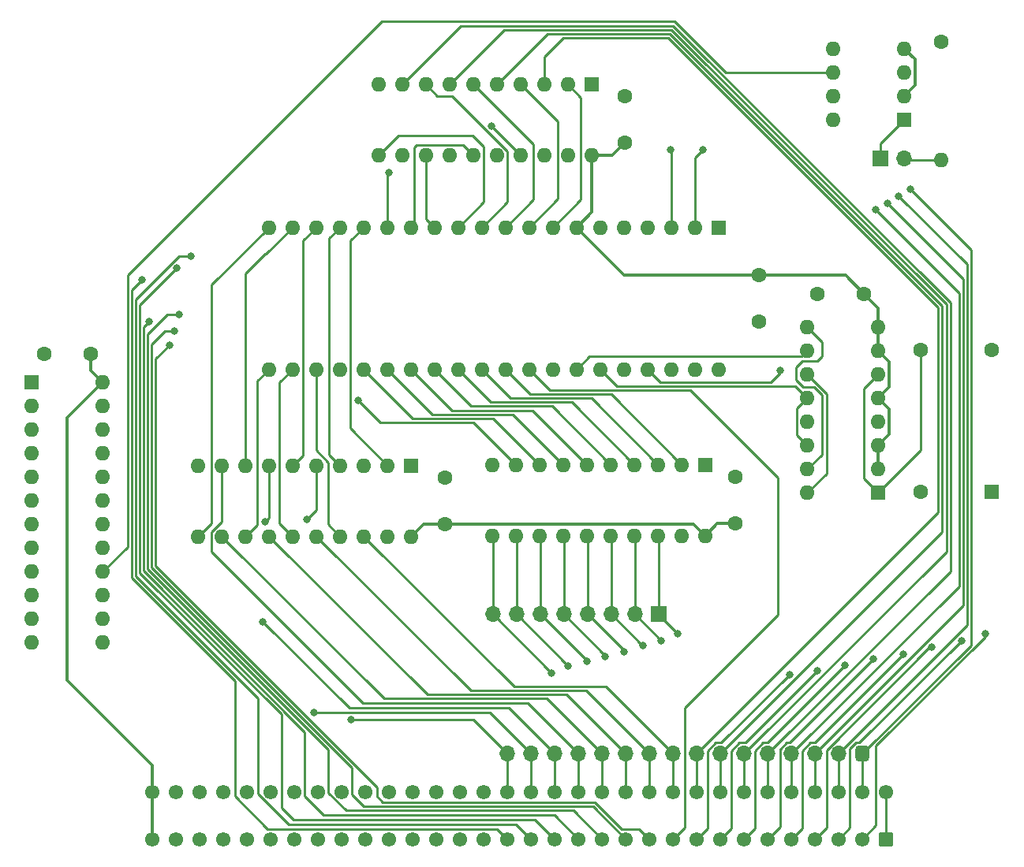
<source format=gbr>
%TF.GenerationSoftware,KiCad,Pcbnew,(6.0.7)*%
%TF.CreationDate,2023-04-20T17:26:34-06:00*%
%TF.ProjectId,boards,626f6172-6473-42e6-9b69-6361645f7063,rev?*%
%TF.SameCoordinates,Original*%
%TF.FileFunction,Copper,L1,Top*%
%TF.FilePolarity,Positive*%
%FSLAX46Y46*%
G04 Gerber Fmt 4.6, Leading zero omitted, Abs format (unit mm)*
G04 Created by KiCad (PCBNEW (6.0.7)) date 2023-04-20 17:26:34*
%MOMM*%
%LPD*%
G01*
G04 APERTURE LIST*
G04 Aperture macros list*
%AMRoundRect*
0 Rectangle with rounded corners*
0 $1 Rounding radius*
0 $2 $3 $4 $5 $6 $7 $8 $9 X,Y pos of 4 corners*
0 Add a 4 corners polygon primitive as box body*
4,1,4,$2,$3,$4,$5,$6,$7,$8,$9,$2,$3,0*
0 Add four circle primitives for the rounded corners*
1,1,$1+$1,$2,$3*
1,1,$1+$1,$4,$5*
1,1,$1+$1,$6,$7*
1,1,$1+$1,$8,$9*
0 Add four rect primitives between the rounded corners*
20,1,$1+$1,$2,$3,$4,$5,0*
20,1,$1+$1,$4,$5,$6,$7,0*
20,1,$1+$1,$6,$7,$8,$9,0*
20,1,$1+$1,$8,$9,$2,$3,0*%
G04 Aperture macros list end*
%TA.AperFunction,ComponentPad*%
%ADD10R,1.600000X1.600000*%
%TD*%
%TA.AperFunction,ComponentPad*%
%ADD11O,1.600000X1.600000*%
%TD*%
%TA.AperFunction,ComponentPad*%
%ADD12R,1.700000X1.700000*%
%TD*%
%TA.AperFunction,ComponentPad*%
%ADD13O,1.700000X1.700000*%
%TD*%
%TA.AperFunction,ComponentPad*%
%ADD14C,1.600000*%
%TD*%
%TA.AperFunction,ComponentPad*%
%ADD15C,1.550000*%
%TD*%
%TA.AperFunction,ComponentPad*%
%ADD16RoundRect,0.249999X0.525001X0.525001X-0.525001X0.525001X-0.525001X-0.525001X0.525001X-0.525001X0*%
%TD*%
%TA.AperFunction,ComponentPad*%
%ADD17RoundRect,0.375000X-0.375000X0.475000X-0.375000X-0.475000X0.375000X-0.475000X0.375000X0.475000X0*%
%TD*%
%TA.AperFunction,ViaPad*%
%ADD18C,0.812800*%
%TD*%
%TA.AperFunction,Conductor*%
%ADD19C,0.254000*%
%TD*%
%TA.AperFunction,Conductor*%
%ADD20C,0.304800*%
%TD*%
G04 APERTURE END LIST*
D10*
%TO.P,U3,1,~{MR}*%
%TO.N,Net-(SW1-Pad1)*%
X291300000Y-117050000D03*
D11*
%TO.P,U3,2,VCC*%
%TO.N,VCC*%
X291300000Y-114510000D03*
%TO.P,U3,3,GND*%
%TO.N,GND*%
X291300000Y-111970000D03*
%TO.P,U3,4,PFI*%
%TO.N,VCC*%
X291300000Y-109430000D03*
%TO.P,U3,5,~{PFO}*%
%TO.N,/~{IRQ}*%
X283680000Y-109430000D03*
%TO.P,U3,6,WDI*%
%TO.N,Net-(U1-Pad16)*%
X283680000Y-111970000D03*
%TO.P,U3,7,~{RESET_(RESET})*%
%TO.N,/~{RES}*%
X283680000Y-114510000D03*
%TO.P,U3,8,~{WDO}*%
%TO.N,/~{NMI}*%
X283680000Y-117050000D03*
%TD*%
D12*
%TO.P,J1,1,Pin_1*%
%TO.N,Net-(J1-Pad1)*%
X264966646Y-170185468D03*
D13*
%TO.P,J1,2,Pin_2*%
%TO.N,Net-(J1-Pad2)*%
X262426646Y-170185468D03*
%TO.P,J1,3,Pin_3*%
%TO.N,Net-(J1-Pad3)*%
X259886646Y-170185468D03*
%TO.P,J1,4,Pin_4*%
%TO.N,Net-(J1-Pad4)*%
X257346646Y-170185468D03*
%TO.P,J1,5,Pin_5*%
%TO.N,Net-(J1-Pad5)*%
X254806646Y-170185468D03*
%TO.P,J1,6,Pin_6*%
%TO.N,Net-(J1-Pad6)*%
X252266646Y-170185468D03*
%TO.P,J1,7,Pin_7*%
%TO.N,Net-(J1-Pad7)*%
X249726646Y-170185468D03*
%TO.P,J1,8,Pin_8*%
%TO.N,Net-(J1-Pad8)*%
X247186646Y-170185468D03*
%TD*%
D10*
%TO.P,U6,1,C*%
%TO.N,Net-(U6-Pad1)*%
X288550000Y-157125000D03*
D11*
%TO.P,U6,2,~{S}*%
%TO.N,VCC*%
X288550000Y-154585000D03*
%TO.P,U6,3,~{R}*%
X288550000Y-152045000D03*
%TO.P,U6,4,J*%
%TO.N,/E*%
X288550000Y-149505000D03*
%TO.P,U6,5,VCC*%
%TO.N,VCC*%
X288550000Y-146965000D03*
%TO.P,U6,6,C*%
%TO.N,Net-(U6-Pad1)*%
X288550000Y-144425000D03*
%TO.P,U6,7,~{S}*%
%TO.N,VCC*%
X288550000Y-141885000D03*
%TO.P,U6,8,~{R}*%
X288550000Y-139345000D03*
%TO.P,U6,9,J*%
%TO.N,Net-(U6-Pad15)*%
X280930000Y-139345000D03*
%TO.P,U6,10,~{Q}*%
%TO.N,/E*%
X280930000Y-141885000D03*
%TO.P,U6,11,Q*%
%TO.N,Net-(U6-Pad11)*%
X280930000Y-144425000D03*
%TO.P,U6,12,K*%
%TO.N,/Q*%
X280930000Y-146965000D03*
%TO.P,U6,13,GND*%
%TO.N,GND*%
X280930000Y-149505000D03*
%TO.P,U6,14,~{Q}*%
%TO.N,/Q*%
X280930000Y-152045000D03*
%TO.P,U6,15,Q*%
%TO.N,Net-(U6-Pad15)*%
X280930000Y-154585000D03*
%TO.P,U6,16,K*%
%TO.N,Net-(U6-Pad11)*%
X280930000Y-157125000D03*
%TD*%
D10*
%TO.P,X1,1,EN*%
%TO.N,unconnected-(X1-Pad1)*%
X300750000Y-157000000D03*
D14*
%TO.P,X1,7,GND*%
%TO.N,GND*%
X300750000Y-141760000D03*
%TO.P,X1,8,OUT*%
%TO.N,Net-(U6-Pad1)*%
X293130000Y-141760000D03*
%TO.P,X1,14,Vcc*%
%TO.N,VCC*%
X293130000Y-157000000D03*
%TD*%
%TO.P,C4,2*%
%TO.N,GND*%
X282018362Y-135762588D03*
%TO.P,C4,1*%
%TO.N,VCC*%
X287018362Y-135762588D03*
%TD*%
D15*
%TO.P,J3,1,GND*%
%TO.N,GND*%
X289370000Y-189257500D03*
%TO.P,J3,2,A0*%
%TO.N,Net-(J2-Pad1)*%
X286830000Y-189257500D03*
%TO.P,J3,3,A1*%
%TO.N,Net-(J2-Pad2)*%
X284290000Y-189257500D03*
%TO.P,J3,4,A2*%
%TO.N,Net-(J2-Pad3)*%
X281750000Y-189257500D03*
%TO.P,J3,5,A3*%
%TO.N,Net-(J2-Pad4)*%
X279210000Y-189257500D03*
%TO.P,J3,6,A4*%
%TO.N,Net-(J2-Pad5)*%
X276670000Y-189257500D03*
%TO.P,J3,7,A5*%
%TO.N,Net-(J2-Pad6)*%
X274130000Y-189257500D03*
%TO.P,J3,8,A6*%
%TO.N,Net-(J2-Pad7)*%
X271590000Y-189257500D03*
%TO.P,J3,9,A7*%
%TO.N,Net-(J2-Pad8)*%
X269050000Y-189257500D03*
%TO.P,J3,10,A8*%
%TO.N,Net-(J2-Pad9)*%
X266510000Y-189257500D03*
%TO.P,J3,11,A9*%
%TO.N,Net-(J2-Pad10)*%
X263970000Y-189257500D03*
%TO.P,J3,12,A10*%
%TO.N,Net-(J2-Pad11)*%
X261430000Y-189257500D03*
%TO.P,J3,13,A11*%
%TO.N,Net-(J2-Pad12)*%
X258890000Y-189257500D03*
%TO.P,J3,14,A12*%
%TO.N,Net-(J2-Pad13)*%
X256350000Y-189257500D03*
%TO.P,J3,15,A13*%
%TO.N,Net-(J2-Pad14)*%
X253810000Y-189257500D03*
%TO.P,J3,16,A14*%
%TO.N,Net-(J2-Pad15)*%
X251270000Y-189257500D03*
%TO.P,J3,17,A15*%
%TO.N,Net-(J2-Pad16)*%
X248730000Y-189257500D03*
%TO.P,J3,18,A16*%
%TO.N,unconnected-(J3-Pad18)*%
X246190000Y-189257500D03*
%TO.P,J3,19,A17*%
%TO.N,unconnected-(J3-Pad19)*%
X243650000Y-189257500D03*
%TO.P,J3,20,A18*%
%TO.N,unconnected-(J3-Pad20)*%
X241110000Y-189257500D03*
%TO.P,J3,21,PB0*%
%TO.N,unconnected-(J3-Pad21)*%
X238570000Y-189257500D03*
%TO.P,J3,22,PB1*%
%TO.N,unconnected-(J3-Pad22)*%
X236030000Y-189257500D03*
%TO.P,J3,23,PB2*%
%TO.N,unconnected-(J3-Pad23)*%
X233490000Y-189257500D03*
%TO.P,J3,24,PB3*%
%TO.N,unconnected-(J3-Pad24)*%
X230950000Y-189257500D03*
%TO.P,J3,25,PB4*%
%TO.N,unconnected-(J3-Pad25)*%
X228410000Y-189257500D03*
%TO.P,J3,26,PB5*%
%TO.N,unconnected-(J3-Pad26)*%
X225870000Y-189257500D03*
%TO.P,J3,27,PB6*%
%TO.N,unconnected-(J3-Pad27)*%
X223330000Y-189257500D03*
%TO.P,J3,28,PB7*%
%TO.N,unconnected-(J3-Pad28)*%
X220790000Y-189257500D03*
%TO.P,J3,29,MIo1*%
%TO.N,unconnected-(J3-Pad29)*%
X218250000Y-189257500D03*
%TO.P,J3,30,MIo2*%
%TO.N,unconnected-(J3-Pad30)*%
X215710000Y-189257500D03*
%TO.P,J3,31,MIo3*%
%TO.N,unconnected-(J3-Pad31)*%
X213170000Y-189257500D03*
%TO.P,J3,32,VCC*%
%TO.N,VCC*%
X210630000Y-189257500D03*
%TO.P,J3,33,VCC*%
X210630000Y-194337500D03*
%TO.P,J3,34,NC*%
%TO.N,unconnected-(J3-Pad34)*%
X213170000Y-194337500D03*
%TO.P,J3,35,NC*%
%TO.N,unconnected-(J3-Pad35)*%
X215710000Y-194337500D03*
%TO.P,J3,36,NC*%
%TO.N,unconnected-(J3-Pad36)*%
X218250000Y-194337500D03*
%TO.P,J3,37,NC*%
%TO.N,unconnected-(J3-Pad37)*%
X220790000Y-194337500D03*
%TO.P,J3,38,PA7*%
%TO.N,unconnected-(J3-Pad38)*%
X223330000Y-194337500D03*
%TO.P,J3,39,PA6*%
%TO.N,unconnected-(J3-Pad39)*%
X225870000Y-194337500D03*
%TO.P,J3,40,PA5*%
%TO.N,unconnected-(J3-Pad40)*%
X228410000Y-194337500D03*
%TO.P,J3,41,PA4*%
%TO.N,unconnected-(J3-Pad41)*%
X230950000Y-194337500D03*
%TO.P,J3,42,PA3*%
%TO.N,unconnected-(J3-Pad42)*%
X233490000Y-194337500D03*
%TO.P,J3,43,PA2*%
%TO.N,unconnected-(J3-Pad43)*%
X236030000Y-194337500D03*
%TO.P,J3,44,PA1*%
%TO.N,unconnected-(J3-Pad44)*%
X238570000Y-194337500D03*
%TO.P,J3,45,PA0*%
%TO.N,unconnected-(J3-Pad45)*%
X241110000Y-194337500D03*
%TO.P,J3,46,TX*%
%TO.N,unconnected-(J3-Pad46)*%
X243650000Y-194337500D03*
%TO.P,J3,47,RX*%
%TO.N,unconnected-(J3-Pad47)*%
X246190000Y-194337500D03*
%TO.P,J3,48,~{NMI}*%
%TO.N,/~{NMI}*%
X248730000Y-194337500D03*
%TO.P,J3,49,~{FIRQ}*%
%TO.N,/~{FIRQ}*%
X251270000Y-194337500D03*
%TO.P,J3,50,~{IRQ}*%
%TO.N,/~{IRQ}*%
X253810000Y-194337500D03*
%TO.P,J3,51,~{RESET}*%
%TO.N,/~{RES}*%
X256350000Y-194337500D03*
%TO.P,J3,52,~{HALT}*%
%TO.N,/~{HALT}*%
X258890000Y-194337500D03*
%TO.P,J3,53,Q*%
%TO.N,/Q*%
X261430000Y-194337500D03*
%TO.P,J3,54,E*%
%TO.N,/E*%
X263970000Y-194337500D03*
%TO.P,J3,55,R/~{W}*%
%TO.N,/R{slash}~{W}*%
X266510000Y-194337500D03*
%TO.P,J3,56,D7*%
%TO.N,Net-(J1-Pad8)*%
X269050000Y-194337500D03*
%TO.P,J3,57,D6*%
%TO.N,Net-(J1-Pad7)*%
X271590000Y-194337500D03*
%TO.P,J3,58,D5*%
%TO.N,Net-(J1-Pad6)*%
X274130000Y-194337500D03*
%TO.P,J3,59,D4*%
%TO.N,Net-(J1-Pad5)*%
X276670000Y-194337500D03*
%TO.P,J3,60,D3*%
%TO.N,Net-(J1-Pad4)*%
X279210000Y-194337500D03*
%TO.P,J3,61,D2*%
%TO.N,Net-(J1-Pad3)*%
X281750000Y-194337500D03*
%TO.P,J3,62,D1*%
%TO.N,Net-(J1-Pad2)*%
X284290000Y-194337500D03*
%TO.P,J3,63,D0*%
%TO.N,Net-(J1-Pad1)*%
X286830000Y-194337500D03*
D16*
%TO.P,J3,64,GND*%
%TO.N,GND*%
X289370000Y-194337500D03*
%TD*%
D10*
%TO.P,U2,1,A->B*%
%TO.N,Net-(U1-Pad15)*%
X269990000Y-154130000D03*
D11*
%TO.P,U2,2,A0*%
%TO.N,/D0*%
X267450000Y-154130000D03*
%TO.P,U2,3,A1*%
%TO.N,/D1*%
X264910000Y-154130000D03*
%TO.P,U2,4,A2*%
%TO.N,/D2*%
X262370000Y-154130000D03*
%TO.P,U2,5,A3*%
%TO.N,/D3*%
X259830000Y-154130000D03*
%TO.P,U2,6,A4*%
%TO.N,/D4*%
X257290000Y-154130000D03*
%TO.P,U2,7,A5*%
%TO.N,/D5*%
X254750000Y-154130000D03*
%TO.P,U2,8,A6*%
%TO.N,/D6*%
X252210000Y-154130000D03*
%TO.P,U2,9,A7*%
%TO.N,/D7*%
X249670000Y-154130000D03*
%TO.P,U2,10,GND*%
%TO.N,GND*%
X247130000Y-154130000D03*
%TO.P,U2,11,B7*%
%TO.N,Net-(J1-Pad8)*%
X247130000Y-161750000D03*
%TO.P,U2,12,B6*%
%TO.N,Net-(J1-Pad7)*%
X249670000Y-161750000D03*
%TO.P,U2,13,B5*%
%TO.N,Net-(J1-Pad6)*%
X252210000Y-161750000D03*
%TO.P,U2,14,B4*%
%TO.N,Net-(J1-Pad5)*%
X254750000Y-161750000D03*
%TO.P,U2,15,B3*%
%TO.N,Net-(J1-Pad4)*%
X257290000Y-161750000D03*
%TO.P,U2,16,B2*%
%TO.N,Net-(J1-Pad3)*%
X259830000Y-161750000D03*
%TO.P,U2,17,B1*%
%TO.N,Net-(J1-Pad2)*%
X262370000Y-161750000D03*
%TO.P,U2,18,B0*%
%TO.N,Net-(J1-Pad1)*%
X264910000Y-161750000D03*
%TO.P,U2,19,CE*%
%TO.N,GND*%
X267450000Y-161750000D03*
%TO.P,U2,20,VCC*%
%TO.N,VCC*%
X269990000Y-161750000D03*
%TD*%
D14*
%TO.P,C3,1*%
%TO.N,GND*%
X275750000Y-138750000D03*
%TO.P,C3,2*%
%TO.N,VCC*%
X275750000Y-133750000D03*
%TD*%
D13*
%TO.P,SW1,2,2*%
%TO.N,Net-(R1-Pad2)*%
X291290000Y-121250000D03*
D12*
%TO.P,SW1,1,1*%
%TO.N,Net-(SW1-Pad1)*%
X288750000Y-121250000D03*
%TD*%
D11*
%TO.P,U4,40,~{HALT}*%
%TO.N,/~{HALT}*%
X271375000Y-143865000D03*
%TO.P,U4,39,TSC*%
%TO.N,unconnected-(U4-Pad39)*%
X268835000Y-143865000D03*
%TO.P,U4,38,LIC*%
%TO.N,unconnected-(U4-Pad38)*%
X266295000Y-143865000D03*
%TO.P,U4,37,~{RESET}*%
%TO.N,/~{RES}*%
X263755000Y-143865000D03*
%TO.P,U4,36,AVMA*%
%TO.N,unconnected-(U4-Pad36)*%
X261215000Y-143865000D03*
%TO.P,U4,35,Q*%
%TO.N,/Q*%
X258675000Y-143865000D03*
%TO.P,U4,34,E*%
%TO.N,/E*%
X256135000Y-143865000D03*
%TO.P,U4,33,BUSY*%
%TO.N,unconnected-(U4-Pad33)*%
X253595000Y-143865000D03*
%TO.P,U4,32,R/~{W}*%
%TO.N,/R{slash}~{W}*%
X251055000Y-143865000D03*
%TO.P,U4,31,D0*%
%TO.N,/D0*%
X248515000Y-143865000D03*
%TO.P,U4,30,D1*%
%TO.N,/D1*%
X245975000Y-143865000D03*
%TO.P,U4,29,D2*%
%TO.N,/D2*%
X243435000Y-143865000D03*
%TO.P,U4,28,D3*%
%TO.N,/D3*%
X240895000Y-143865000D03*
%TO.P,U4,27,D4*%
%TO.N,/D4*%
X238355000Y-143865000D03*
%TO.P,U4,26,D5*%
%TO.N,/D5*%
X235815000Y-143865000D03*
%TO.P,U4,25,D6*%
%TO.N,/D6*%
X233275000Y-143865000D03*
%TO.P,U4,24,D7*%
%TO.N,/D7*%
X230735000Y-143865000D03*
%TO.P,U4,23,A15*%
%TO.N,/A15*%
X228195000Y-143865000D03*
%TO.P,U4,22,A14*%
%TO.N,/A14*%
X225655000Y-143865000D03*
%TO.P,U4,21,A13*%
%TO.N,/A13*%
X223115000Y-143865000D03*
%TO.P,U4,20,A12*%
%TO.N,/A12*%
X223115000Y-128625000D03*
%TO.P,U4,19,A11*%
%TO.N,/A11*%
X225655000Y-128625000D03*
%TO.P,U4,18,A10*%
%TO.N,/A10*%
X228195000Y-128625000D03*
%TO.P,U4,17,A9*%
%TO.N,/A9*%
X230735000Y-128625000D03*
%TO.P,U4,16,A8*%
%TO.N,/A8*%
X233275000Y-128625000D03*
%TO.P,U4,15,A7*%
%TO.N,/A7*%
X235815000Y-128625000D03*
%TO.P,U4,14,A6*%
%TO.N,/A6*%
X238355000Y-128625000D03*
%TO.P,U4,13,A5*%
%TO.N,/A5*%
X240895000Y-128625000D03*
%TO.P,U4,12,A4*%
%TO.N,/A4*%
X243435000Y-128625000D03*
%TO.P,U4,11,A3*%
%TO.N,/A3*%
X245975000Y-128625000D03*
%TO.P,U4,10,A2*%
%TO.N,/A2*%
X248515000Y-128625000D03*
%TO.P,U4,9,A1*%
%TO.N,/A1*%
X251055000Y-128625000D03*
%TO.P,U4,8,A0*%
%TO.N,/A0*%
X253595000Y-128625000D03*
%TO.P,U4,7,VCC*%
%TO.N,VCC*%
X256135000Y-128625000D03*
%TO.P,U4,6,BA*%
%TO.N,unconnected-(U4-Pad6)*%
X258675000Y-128625000D03*
%TO.P,U4,5,BS*%
%TO.N,unconnected-(U4-Pad5)*%
X261215000Y-128625000D03*
%TO.P,U4,4,~{FIRQ}*%
%TO.N,/~{FIRQ}*%
X263755000Y-128625000D03*
%TO.P,U4,3,~{IRQ}*%
%TO.N,/~{IRQ}*%
X266295000Y-128625000D03*
%TO.P,U4,2,~{NMI}*%
%TO.N,/~{NMI}*%
X268835000Y-128625000D03*
D10*
%TO.P,U4,1,VSS*%
%TO.N,GND*%
X271375000Y-128625000D03*
%TD*%
D11*
%TO.P,U5,20,VCC*%
%TO.N,VCC*%
X257750000Y-120870000D03*
%TO.P,U5,19,OEb*%
%TO.N,GND*%
X255210000Y-120870000D03*
%TO.P,U5,18,O0a*%
%TO.N,Net-(J2-Pad1)*%
X252670000Y-120870000D03*
%TO.P,U5,17,I3b*%
%TO.N,/A7*%
X250130000Y-120870000D03*
%TO.P,U5,16,O1a*%
%TO.N,Net-(J2-Pad2)*%
X247590000Y-120870000D03*
%TO.P,U5,15,I2b*%
%TO.N,/A6*%
X245050000Y-120870000D03*
%TO.P,U5,14,O2a*%
%TO.N,Net-(J2-Pad3)*%
X242510000Y-120870000D03*
%TO.P,U5,13,I1b*%
%TO.N,/A5*%
X239970000Y-120870000D03*
%TO.P,U5,12,O3a*%
%TO.N,Net-(J2-Pad4)*%
X237430000Y-120870000D03*
%TO.P,U5,11,I0b*%
%TO.N,/A4*%
X234890000Y-120870000D03*
%TO.P,U5,10,GND*%
%TO.N,GND*%
X234890000Y-113250000D03*
%TO.P,U5,9,O0b*%
%TO.N,Net-(J2-Pad5)*%
X237430000Y-113250000D03*
%TO.P,U5,8,I3a*%
%TO.N,/A3*%
X239970000Y-113250000D03*
%TO.P,U5,7,O1b*%
%TO.N,Net-(J2-Pad6)*%
X242510000Y-113250000D03*
%TO.P,U5,6,I2a*%
%TO.N,/A2*%
X245050000Y-113250000D03*
%TO.P,U5,5,O2b*%
%TO.N,Net-(J2-Pad7)*%
X247590000Y-113250000D03*
%TO.P,U5,4,I1a*%
%TO.N,/A1*%
X250130000Y-113250000D03*
%TO.P,U5,3,O3b*%
%TO.N,Net-(J2-Pad8)*%
X252670000Y-113250000D03*
%TO.P,U5,2,I0a*%
%TO.N,/A0*%
X255210000Y-113250000D03*
D10*
%TO.P,U5,1,OEa*%
%TO.N,GND*%
X257750000Y-113250000D03*
%TD*%
D14*
%TO.P,C5,2*%
%TO.N,GND*%
X242000000Y-155500000D03*
%TO.P,C5,1*%
%TO.N,VCC*%
X242000000Y-160500000D03*
%TD*%
%TO.P,C6,2*%
%TO.N,GND*%
X261325000Y-114550000D03*
%TO.P,C6,1*%
%TO.N,VCC*%
X261325000Y-119550000D03*
%TD*%
D13*
%TO.P,J2,16,Pin_16*%
%TO.N,Net-(J2-Pad16)*%
X248729421Y-185147278D03*
%TO.P,J2,15,Pin_15*%
%TO.N,Net-(J2-Pad15)*%
X251269421Y-185147278D03*
%TO.P,J2,14,Pin_14*%
%TO.N,Net-(J2-Pad14)*%
X253809421Y-185147278D03*
%TO.P,J2,13,Pin_13*%
%TO.N,Net-(J2-Pad13)*%
X256349421Y-185147278D03*
%TO.P,J2,12,Pin_12*%
%TO.N,Net-(J2-Pad12)*%
X258889421Y-185147278D03*
%TO.P,J2,11,Pin_11*%
%TO.N,Net-(J2-Pad11)*%
X261429421Y-185147278D03*
%TO.P,J2,10,Pin_10*%
%TO.N,Net-(J2-Pad10)*%
X263969421Y-185147278D03*
%TO.P,J2,9,Pin_9*%
%TO.N,Net-(J2-Pad9)*%
X266509421Y-185147278D03*
%TO.P,J2,8,Pin_8*%
%TO.N,Net-(J2-Pad8)*%
X269049421Y-185147278D03*
%TO.P,J2,7,Pin_7*%
%TO.N,Net-(J2-Pad7)*%
X271589421Y-185147278D03*
%TO.P,J2,6,Pin_6*%
%TO.N,Net-(J2-Pad6)*%
X274129421Y-185147278D03*
%TO.P,J2,5,Pin_5*%
%TO.N,Net-(J2-Pad5)*%
X276669421Y-185147278D03*
%TO.P,J2,4,Pin_4*%
%TO.N,Net-(J2-Pad4)*%
X279209421Y-185147278D03*
%TO.P,J2,3,Pin_3*%
%TO.N,Net-(J2-Pad3)*%
X281749421Y-185147278D03*
%TO.P,J2,2,Pin_2*%
%TO.N,Net-(J2-Pad2)*%
X284289421Y-185147278D03*
D17*
%TO.P,J2,1,Pin_1*%
%TO.N,Net-(J2-Pad1)*%
X286829421Y-185147278D03*
%TD*%
D11*
%TO.P,R1,2*%
%TO.N,Net-(R1-Pad2)*%
X295250000Y-121350000D03*
D14*
%TO.P,R1,1*%
%TO.N,GND*%
X295250000Y-108650000D03*
%TD*%
%TO.P,C2,1*%
%TO.N,VCC*%
X273204695Y-160453389D03*
%TO.P,C2,2*%
%TO.N,GND*%
X273204695Y-155453389D03*
%TD*%
D10*
%TO.P,U1,1,I1/CLK*%
%TO.N,/E*%
X197700000Y-145275000D03*
D11*
%TO.P,U1,2,I2*%
%TO.N,/R{slash}~{W}*%
X197700000Y-147815000D03*
%TO.P,U1,3,I3*%
%TO.N,unconnected-(U1-Pad3)*%
X197700000Y-150355000D03*
%TO.P,U1,4,I4*%
%TO.N,unconnected-(U1-Pad4)*%
X197700000Y-152895000D03*
%TO.P,U1,5,I5*%
%TO.N,unconnected-(U1-Pad5)*%
X197700000Y-155435000D03*
%TO.P,U1,6,I6*%
%TO.N,unconnected-(U1-Pad6)*%
X197700000Y-157975000D03*
%TO.P,U1,7,I7*%
%TO.N,unconnected-(U1-Pad7)*%
X197700000Y-160515000D03*
%TO.P,U1,8,I8*%
%TO.N,unconnected-(U1-Pad8)*%
X197700000Y-163055000D03*
%TO.P,U1,9,I9*%
%TO.N,unconnected-(U1-Pad9)*%
X197700000Y-165595000D03*
%TO.P,U1,10,I10*%
%TO.N,unconnected-(U1-Pad10)*%
X197700000Y-168135000D03*
%TO.P,U1,11,I11*%
%TO.N,unconnected-(U1-Pad11)*%
X197700000Y-170675000D03*
%TO.P,U1,12,GND*%
%TO.N,GND*%
X197700000Y-173215000D03*
%TO.P,U1,13,~{OE}*%
%TO.N,unconnected-(U1-Pad13)*%
X205320000Y-173215000D03*
%TO.P,U1,14,I12*%
%TO.N,unconnected-(U1-Pad14)*%
X205320000Y-170675000D03*
%TO.P,U1,15,IO1*%
%TO.N,Net-(U1-Pad15)*%
X205320000Y-168135000D03*
%TO.P,U1,16,IO2*%
%TO.N,Net-(U1-Pad16)*%
X205320000Y-165595000D03*
%TO.P,U1,17,IO3*%
%TO.N,unconnected-(U1-Pad17)*%
X205320000Y-163055000D03*
%TO.P,U1,18,IO4*%
%TO.N,unconnected-(U1-Pad18)*%
X205320000Y-160515000D03*
%TO.P,U1,19,IO5*%
%TO.N,unconnected-(U1-Pad19)*%
X205320000Y-157975000D03*
%TO.P,U1,20,IO6*%
%TO.N,unconnected-(U1-Pad20)*%
X205320000Y-155435000D03*
%TO.P,U1,21,IO7*%
%TO.N,unconnected-(U1-Pad21)*%
X205320000Y-152895000D03*
%TO.P,U1,22,IO8*%
%TO.N,unconnected-(U1-Pad22)*%
X205320000Y-150355000D03*
%TO.P,U1,23,I13*%
%TO.N,unconnected-(U1-Pad23)*%
X205320000Y-147815000D03*
%TO.P,U1,24,VCC*%
%TO.N,VCC*%
X205320000Y-145275000D03*
%TD*%
%TO.P,U7,20,VCC*%
%TO.N,VCC*%
X238425000Y-161820000D03*
%TO.P,U7,19,OEb*%
%TO.N,GND*%
X235885000Y-161820000D03*
%TO.P,U7,18,O0a*%
%TO.N,Net-(J2-Pad9)*%
X233345000Y-161820000D03*
%TO.P,U7,17,I3b*%
%TO.N,/A15*%
X230805000Y-161820000D03*
%TO.P,U7,16,O1a*%
%TO.N,Net-(J2-Pad10)*%
X228265000Y-161820000D03*
%TO.P,U7,15,I2b*%
%TO.N,/A14*%
X225725000Y-161820000D03*
%TO.P,U7,14,O2a*%
%TO.N,Net-(J2-Pad11)*%
X223185000Y-161820000D03*
%TO.P,U7,13,I1b*%
%TO.N,/A13*%
X220645000Y-161820000D03*
%TO.P,U7,12,O3a*%
%TO.N,Net-(J2-Pad12)*%
X218105000Y-161820000D03*
%TO.P,U7,11,I0b*%
%TO.N,/A12*%
X215565000Y-161820000D03*
%TO.P,U7,10,GND*%
%TO.N,GND*%
X215565000Y-154200000D03*
%TO.P,U7,9,O0b*%
%TO.N,Net-(J2-Pad13)*%
X218105000Y-154200000D03*
%TO.P,U7,8,I3a*%
%TO.N,/A11*%
X220645000Y-154200000D03*
%TO.P,U7,7,O1b*%
%TO.N,Net-(J2-Pad14)*%
X223185000Y-154200000D03*
%TO.P,U7,6,I2a*%
%TO.N,/A10*%
X225725000Y-154200000D03*
%TO.P,U7,5,O2b*%
%TO.N,Net-(J2-Pad15)*%
X228265000Y-154200000D03*
%TO.P,U7,4,I1a*%
%TO.N,/A9*%
X230805000Y-154200000D03*
%TO.P,U7,3,O3b*%
%TO.N,Net-(J2-Pad16)*%
X233345000Y-154200000D03*
%TO.P,U7,2,I0a*%
%TO.N,/A8*%
X235885000Y-154200000D03*
D10*
%TO.P,U7,1,OEa*%
%TO.N,GND*%
X238425000Y-154200000D03*
%TD*%
D14*
%TO.P,C1,2*%
%TO.N,GND*%
X199039984Y-142173489D03*
%TO.P,C1,1*%
%TO.N,VCC*%
X204039984Y-142173489D03*
%TD*%
D18*
%TO.N,/~{RES}*%
X278000000Y-144000000D03*
%TO.N,/~{IRQ}*%
X266271089Y-120271089D03*
%TO.N,/~{NMI}*%
X269750000Y-120250000D03*
X209500000Y-134250000D03*
%TO.N,/~{FIRQ}*%
X214750000Y-131750000D03*
%TO.N,/~{IRQ}*%
X213250000Y-133000000D03*
%TO.N,/~{RES}*%
X210250000Y-138750000D03*
%TO.N,/~{HALT}*%
X213500000Y-138000000D03*
%TO.N,/Q*%
X213000000Y-139750000D03*
%TO.N,/E*%
X212500000Y-141250000D03*
%TO.N,Net-(J1-Pad8)*%
X279000000Y-176671900D03*
X253500000Y-176500000D03*
%TO.N,Net-(J1-Pad7)*%
X282000000Y-176210700D03*
X255250000Y-175750000D03*
%TO.N,Net-(J1-Pad6)*%
X285000000Y-175671900D03*
X257250000Y-175250000D03*
%TO.N,Net-(J1-Pad5)*%
X259250000Y-174750000D03*
X288000000Y-175000000D03*
%TO.N,Net-(J1-Pad4)*%
X291250000Y-174500000D03*
X261250000Y-174250000D03*
%TO.N,Net-(J1-Pad3)*%
X263250000Y-173500000D03*
X294250000Y-173750000D03*
%TO.N,Net-(J1-Pad2)*%
X297500000Y-173000000D03*
X265250000Y-173000000D03*
%TO.N,Net-(J1-Pad1)*%
X300000000Y-172250000D03*
X267000000Y-172250000D03*
%TO.N,Net-(J2-Pad1)*%
X292000000Y-124500000D03*
%TO.N,Net-(J2-Pad2)*%
X290750000Y-125250000D03*
%TO.N,Net-(J2-Pad3)*%
X289500000Y-126000000D03*
%TO.N,Net-(J2-Pad4)*%
X288250000Y-126750000D03*
%TO.N,Net-(J2-Pad16)*%
X232000000Y-181500000D03*
%TO.N,Net-(J2-Pad15)*%
X227250000Y-160000000D03*
X228000000Y-180750000D03*
%TO.N,Net-(J2-Pad14)*%
X222750000Y-160250000D03*
X222500000Y-171000000D03*
%TO.N,/A7*%
X236000000Y-122750000D03*
X247018753Y-117731247D03*
%TO.N,/D7*%
X232750000Y-147250000D03*
%TD*%
D19*
%TO.N,/D6*%
X247216200Y-149136200D02*
X252210000Y-154130000D01*
X238546200Y-149136200D02*
X247216200Y-149136200D01*
X233275000Y-143865000D02*
X238546200Y-149136200D01*
%TO.N,/D7*%
X245108000Y-149568000D02*
X249670000Y-154130000D01*
X235068000Y-149568000D02*
X245108000Y-149568000D01*
X232750000Y-147250000D02*
X235068000Y-149568000D01*
%TO.N,/D5*%
X240654400Y-148704400D02*
X235815000Y-143865000D01*
%TO.N,/D4*%
X242762600Y-148272600D02*
X238355000Y-143865000D01*
%TO.N,/D3*%
X244870800Y-147840800D02*
X240895000Y-143865000D01*
%TO.N,/D2*%
X246979000Y-147409000D02*
X243435000Y-143865000D01*
%TO.N,/D1*%
X249087200Y-146977200D02*
X245975000Y-143865000D01*
%TO.N,/D0*%
X251195400Y-146545400D02*
X248515000Y-143865000D01*
X267450000Y-154130000D02*
X259865400Y-146545400D01*
X259865400Y-146545400D02*
X251195400Y-146545400D01*
%TO.N,/D1*%
X257757200Y-146977200D02*
X249087200Y-146977200D01*
X264910000Y-154130000D02*
X257757200Y-146977200D01*
%TO.N,/D2*%
X255649000Y-147409000D02*
X246979000Y-147409000D01*
X262370000Y-154130000D02*
X255649000Y-147409000D01*
%TO.N,/D3*%
X253540800Y-147840800D02*
X244870800Y-147840800D01*
X259830000Y-154130000D02*
X253540800Y-147840800D01*
%TO.N,/E*%
X280315000Y-142500000D02*
X280930000Y-141885000D01*
%TO.N,/D5*%
X249324400Y-148704400D02*
X240654400Y-148704400D01*
X254750000Y-154130000D02*
X249324400Y-148704400D01*
%TO.N,/D4*%
X251432600Y-148272600D02*
X242762600Y-148272600D01*
X257290000Y-154130000D02*
X251432600Y-148272600D01*
%TO.N,/R{slash}~{W}*%
X253303600Y-146113600D02*
X251055000Y-143865000D01*
X268363600Y-146113600D02*
X253303600Y-146113600D01*
X277750000Y-170250000D02*
X277750000Y-155500000D01*
X267750000Y-180250000D02*
X277750000Y-170250000D01*
X267750000Y-193097500D02*
X267750000Y-180250000D01*
X266510000Y-194337500D02*
X267750000Y-193097500D01*
X277750000Y-155500000D02*
X268363600Y-146113600D01*
%TO.N,/Q*%
X260491800Y-145681800D02*
X279646800Y-145681800D01*
X279646800Y-145681800D02*
X280930000Y-146965000D01*
X258675000Y-143865000D02*
X260491800Y-145681800D01*
%TO.N,/~{RES}*%
X278000000Y-144250000D02*
X278000000Y-144000000D01*
X277000000Y-145250000D02*
X278000000Y-144250000D01*
X263755000Y-143865000D02*
X265140000Y-145250000D01*
X265140000Y-145250000D02*
X277000000Y-145250000D01*
%TO.N,/E*%
X262890200Y-193257700D02*
X263970000Y-194337500D01*
X260960858Y-193257700D02*
X262890200Y-193257700D01*
X258089558Y-190386400D02*
X260960858Y-193257700D01*
X234750000Y-189750000D02*
X235386400Y-190386400D01*
X235386400Y-190386400D02*
X258089558Y-190386400D01*
X234750000Y-188750000D02*
X234750000Y-189750000D01*
X211000000Y-165000000D02*
X234750000Y-188750000D01*
X211000000Y-142750000D02*
X211000000Y-165000000D01*
X212500000Y-141250000D02*
X211000000Y-142750000D01*
%TO.N,/~{NMI}*%
X269750000Y-120250000D02*
X268835000Y-121165000D01*
X268835000Y-121165000D02*
X268835000Y-128625000D01*
%TO.N,Net-(U1-Pad16)*%
X207977400Y-133772600D02*
X207977400Y-162937600D01*
X235227200Y-106522800D02*
X207977400Y-133772600D01*
X207977400Y-162937600D02*
X205320000Y-165595000D01*
X266715428Y-106522800D02*
X235227200Y-106522800D01*
X272162630Y-111970000D02*
X266715428Y-106522800D01*
X283680000Y-111970000D02*
X272162630Y-111970000D01*
D20*
%TO.N,VCC*%
X201500000Y-149095000D02*
X205320000Y-145275000D01*
X210630000Y-186380000D02*
X201500000Y-177250000D01*
X210630000Y-189257500D02*
X210630000Y-186380000D01*
X201500000Y-177250000D02*
X201500000Y-149095000D01*
D19*
%TO.N,GND*%
X289370000Y-194337500D02*
X289370000Y-189257500D01*
D20*
%TO.N,VCC*%
X204039984Y-143994984D02*
X205320000Y-145275000D01*
X204039984Y-142173489D02*
X204039984Y-143994984D01*
X242000000Y-160500000D02*
X239745000Y-160500000D01*
X239745000Y-160500000D02*
X238425000Y-161820000D01*
X269990000Y-161750000D02*
X268740000Y-160500000D01*
X268740000Y-160500000D02*
X242000000Y-160500000D01*
X273204695Y-160453389D02*
X271286611Y-160453389D01*
X271286611Y-160453389D02*
X269990000Y-161750000D01*
X285005774Y-133750000D02*
X287018362Y-135762588D01*
X275750000Y-133750000D02*
X285005774Y-133750000D01*
X261260000Y-133750000D02*
X256135000Y-128625000D01*
X275750000Y-133750000D02*
X261260000Y-133750000D01*
X260005000Y-120870000D02*
X261325000Y-119550000D01*
X257750000Y-120870000D02*
X260005000Y-120870000D01*
X257750000Y-127010000D02*
X257750000Y-120870000D01*
X256135000Y-128625000D02*
X257750000Y-127010000D01*
D19*
%TO.N,/~{IRQ}*%
X266271089Y-120271089D02*
X266295000Y-120295000D01*
X266295000Y-120295000D02*
X266295000Y-128625000D01*
%TO.N,/~{NMI}*%
X247642500Y-193250000D02*
X248730000Y-194337500D01*
X223000000Y-193250000D02*
X247642500Y-193250000D01*
X219500000Y-189750000D02*
X223000000Y-193250000D01*
X219500000Y-177360658D02*
X219500000Y-189750000D01*
X209500000Y-134250000D02*
X208409200Y-135340800D01*
X208409200Y-135340800D02*
X208409200Y-166269857D01*
X208409200Y-166269857D02*
X219500000Y-177360658D01*
%TO.N,/~{FIRQ}*%
X208841000Y-136403211D02*
X213494211Y-131750000D01*
X222000000Y-179250000D02*
X208841000Y-166091000D01*
X213494211Y-131750000D02*
X214750000Y-131750000D01*
X225295432Y-192750000D02*
X222000000Y-189454568D01*
X222000000Y-189454568D02*
X222000000Y-179250000D01*
X208841000Y-166091000D02*
X208841000Y-136403211D01*
X249682500Y-192750000D02*
X225295432Y-192750000D01*
X251270000Y-194337500D02*
X249682500Y-192750000D01*
%TO.N,/~{IRQ}*%
X209272800Y-136977200D02*
X213250000Y-133000000D01*
X209272800Y-149522800D02*
X209272800Y-136977200D01*
%TO.N,/~{RES}*%
X209704600Y-139295400D02*
X210250000Y-138750000D01*
X209704600Y-148704600D02*
X209704600Y-139295400D01*
%TO.N,/~{HALT}*%
X212000000Y-138250000D02*
X212250000Y-138000000D01*
X212250000Y-138000000D02*
X213500000Y-138000000D01*
X210136400Y-140113600D02*
X212000000Y-138250000D01*
X210136400Y-147000000D02*
X210136400Y-140113600D01*
%TO.N,/Q*%
X212000000Y-139750000D02*
X213000000Y-139750000D01*
X210568200Y-141181800D02*
X212000000Y-139750000D01*
X210568200Y-146500000D02*
X210568200Y-141181800D01*
%TO.N,/~{IRQ}*%
X224500000Y-180942631D02*
X209272800Y-165715428D01*
X224500000Y-191000000D02*
X224500000Y-180942631D01*
X251722500Y-192250000D02*
X225750000Y-192250000D01*
X209272800Y-165715428D02*
X209272800Y-149522800D01*
X253810000Y-194337500D02*
X251722500Y-192250000D01*
X225750000Y-192250000D02*
X224500000Y-191000000D01*
%TO.N,/~{RES}*%
X227000000Y-189750000D02*
X227000000Y-182831973D01*
X227000000Y-182831973D02*
X209704600Y-165536571D01*
X229000000Y-191750000D02*
X227000000Y-189750000D01*
X253762500Y-191750000D02*
X229000000Y-191750000D01*
X209704600Y-165536571D02*
X209704600Y-148704600D01*
X256350000Y-194337500D02*
X253762500Y-191750000D01*
%TO.N,/~{HALT}*%
X210136400Y-165357714D02*
X210136400Y-147000000D01*
X227014342Y-182235658D02*
X210136400Y-165357714D01*
X229500000Y-184721316D02*
X227014342Y-182235658D01*
X229500000Y-187000000D02*
X229500000Y-184721316D01*
%TO.N,/Q*%
X232029800Y-186640458D02*
X210568200Y-165178857D01*
X232029800Y-189529800D02*
X232029800Y-186640458D01*
X257910700Y-190818200D02*
X233318200Y-190818200D01*
X210568200Y-165178857D02*
X210568200Y-146500000D01*
X261430000Y-194337500D02*
X257910700Y-190818200D01*
X233318200Y-190818200D02*
X232029800Y-189529800D01*
%TO.N,/A3*%
X248694800Y-125905200D02*
X245975000Y-128625000D01*
X241220000Y-114500000D02*
X242782424Y-114500000D01*
X242782424Y-114500000D02*
X248694800Y-120412376D01*
X248694800Y-120412376D02*
X248694800Y-125905200D01*
X239970000Y-113250000D02*
X241220000Y-114500000D01*
%TO.N,/E*%
X280315000Y-142500000D02*
X257500000Y-142500000D01*
X257500000Y-142500000D02*
X256135000Y-143865000D01*
%TO.N,Net-(U6-Pad11)*%
X283000000Y-155055000D02*
X280930000Y-157125000D01*
X283000000Y-146495000D02*
X283000000Y-155055000D01*
X280930000Y-144425000D02*
X283000000Y-146495000D01*
%TO.N,Net-(U6-Pad15)*%
X282500000Y-140915000D02*
X280930000Y-139345000D01*
X282500000Y-142500000D02*
X282500000Y-140915000D01*
X279750000Y-143646288D02*
X280396288Y-143000000D01*
X282500000Y-146605658D02*
X281644342Y-145750000D01*
X282000000Y-143000000D02*
X282500000Y-142500000D01*
X279750000Y-145000000D02*
X279750000Y-143646288D01*
X280396288Y-143000000D02*
X282000000Y-143000000D01*
X280930000Y-154585000D02*
X282500000Y-153015000D01*
X282500000Y-153015000D02*
X282500000Y-146605658D01*
X280500000Y-145750000D02*
X279750000Y-145000000D01*
X281644342Y-145750000D02*
X280500000Y-145750000D01*
%TO.N,Net-(U6-Pad1)*%
X293130000Y-152545000D02*
X288550000Y-157125000D01*
X293130000Y-141760000D02*
X293130000Y-152545000D01*
%TO.N,Net-(J2-Pad5)*%
X243725400Y-106954600D02*
X237430000Y-113250000D01*
X266536571Y-106954600D02*
X243725400Y-106954600D01*
X296272800Y-136690826D02*
X266536571Y-106954600D01*
X296272800Y-143977200D02*
X296272800Y-136690826D01*
X296272800Y-165543899D02*
X296272800Y-143977200D01*
X276669421Y-185147278D02*
X296272800Y-165543899D01*
%TO.N,Net-(J2-Pad6)*%
X248373600Y-107386400D02*
X242510000Y-113250000D01*
X266357714Y-107386400D02*
X248373600Y-107386400D01*
X295841000Y-136869686D02*
X266357714Y-107386400D01*
X295841000Y-163435699D02*
X295841000Y-136869686D01*
X274129421Y-185147278D02*
X295841000Y-163435699D01*
%TO.N,Net-(J2-Pad7)*%
X253021800Y-107818200D02*
X247590000Y-113250000D01*
X295409200Y-137048543D02*
X266178857Y-107818200D01*
X295409200Y-161327499D02*
X295409200Y-137048543D01*
X266178857Y-107818200D02*
X253021800Y-107818200D01*
X271589421Y-185147278D02*
X295409200Y-161327499D01*
%TO.N,Net-(J2-Pad8)*%
X252670000Y-110330000D02*
X252670000Y-113250000D01*
X254750000Y-108250000D02*
X252670000Y-110330000D01*
X294977400Y-137227400D02*
X266000000Y-108250000D01*
X266000000Y-108250000D02*
X254750000Y-108250000D01*
X294977400Y-159219299D02*
X294977400Y-137227400D01*
X269049421Y-185147278D02*
X294977400Y-159219299D01*
%TO.N,Net-(J2-Pad4)*%
X297204600Y-135704600D02*
X288250000Y-126750000D01*
X297204600Y-167152099D02*
X297204600Y-135704600D01*
X279209421Y-185147278D02*
X297204600Y-167152099D01*
%TO.N,Net-(J2-Pad3)*%
X297636400Y-134136400D02*
X289500000Y-126000000D01*
X297636400Y-169260298D02*
X297636400Y-134136400D01*
X281749421Y-185147278D02*
X297636400Y-169260298D01*
%TO.N,Net-(J2-Pad2)*%
X298068200Y-132568200D02*
X290750000Y-125250000D01*
X298068200Y-171368499D02*
X298068200Y-132568200D01*
X284289421Y-185147278D02*
X298068200Y-171368499D01*
%TO.N,/~{HALT}*%
X231415432Y-191250000D02*
X229500000Y-189334568D01*
X229500000Y-189334568D02*
X229500000Y-187000000D01*
X255802500Y-191250000D02*
X231415432Y-191250000D01*
X258890000Y-194337500D02*
X255802500Y-191250000D01*
%TO.N,Net-(J1-Pad1)*%
X288290200Y-192877300D02*
X286830000Y-194337500D01*
X300000000Y-172610658D02*
X288290200Y-184320458D01*
X300000000Y-172250000D02*
X300000000Y-172610658D01*
X288290200Y-184320458D02*
X288290200Y-192877300D01*
%TO.N,Net-(J1-Pad2)*%
X285500000Y-184665317D02*
X285500000Y-193127500D01*
X286507522Y-183992478D02*
X286172839Y-183992478D01*
X285500000Y-193127500D02*
X284290000Y-194337500D01*
X297500000Y-173000000D02*
X286507522Y-183992478D01*
X286172839Y-183992478D02*
X285500000Y-184665317D01*
%TO.N,Net-(J2-Pad1)*%
X298500000Y-131000000D02*
X292000000Y-124500000D01*
X298500000Y-173500000D02*
X298500000Y-131000000D01*
X286829421Y-185147278D02*
X286852722Y-185147278D01*
X286852722Y-185147278D02*
X298500000Y-173500000D01*
%TO.N,Net-(J1-Pad4)*%
X280364221Y-193183279D02*
X279210000Y-194337500D01*
X281257522Y-183992478D02*
X280364221Y-184885779D01*
X280364221Y-184885779D02*
X280364221Y-193183279D01*
X281757522Y-183992478D02*
X281257522Y-183992478D01*
X291250000Y-174500000D02*
X281757522Y-183992478D01*
%TO.N,Net-(J1-Pad5)*%
X278000000Y-193007500D02*
X276670000Y-194337500D01*
X279007522Y-183992478D02*
X278731087Y-183992478D01*
X288000000Y-175000000D02*
X279007522Y-183992478D01*
X278731087Y-183992478D02*
X278000000Y-184723565D01*
X278000000Y-184723565D02*
X278000000Y-193007500D01*
%TO.N,Net-(J1-Pad6)*%
X275284221Y-193183279D02*
X274130000Y-194337500D01*
X276191087Y-183992478D02*
X275284221Y-184899344D01*
X276679422Y-183992478D02*
X276191087Y-183992478D01*
X275284221Y-184899344D02*
X275284221Y-193183279D01*
X285000000Y-175671900D02*
X276679422Y-183992478D01*
%TO.N,Net-(J1-Pad7)*%
X273651087Y-183992478D02*
X272744221Y-184899344D01*
X274257522Y-183992478D02*
X273651087Y-183992478D01*
X272744221Y-193183279D02*
X271590000Y-194337500D01*
X282000000Y-176250000D02*
X274257522Y-183992478D01*
X272744221Y-184899344D02*
X272744221Y-193183279D01*
X282000000Y-176210700D02*
X282000000Y-176250000D01*
%TO.N,Net-(J1-Pad8)*%
X270204221Y-193183279D02*
X269050000Y-194337500D01*
X271111087Y-183992478D02*
X270204221Y-184899344D01*
X270204221Y-184899344D02*
X270204221Y-193183279D01*
X271679422Y-183992478D02*
X271111087Y-183992478D01*
X279000000Y-176671900D02*
X271679422Y-183992478D01*
X253500000Y-176498822D02*
X253500000Y-176500000D01*
X247186646Y-170185468D02*
X253500000Y-176498822D01*
%TO.N,Net-(J1-Pad7)*%
X255250000Y-175708822D02*
X255250000Y-175750000D01*
X249726646Y-170185468D02*
X255250000Y-175708822D01*
%TO.N,Net-(J1-Pad6)*%
X257250000Y-175168822D02*
X257250000Y-175250000D01*
X252266646Y-170185468D02*
X257250000Y-175168822D01*
%TO.N,Net-(J1-Pad5)*%
X259250000Y-174628822D02*
X259250000Y-174750000D01*
X254806646Y-170185468D02*
X259250000Y-174628822D01*
%TO.N,Net-(J1-Pad4)*%
X261250000Y-174088822D02*
X261250000Y-174250000D01*
X257346646Y-170185468D02*
X261250000Y-174088822D01*
%TO.N,Net-(J1-Pad3)*%
X283000000Y-193087500D02*
X281750000Y-194337500D01*
X283000000Y-184803565D02*
X283000000Y-193087500D01*
X294053565Y-173750000D02*
X283000000Y-184803565D01*
X294250000Y-173750000D02*
X294053565Y-173750000D01*
X263201178Y-173500000D02*
X263250000Y-173500000D01*
X259886646Y-170185468D02*
X263201178Y-173500000D01*
%TO.N,Net-(J1-Pad2)*%
X265241178Y-173000000D02*
X265250000Y-173000000D01*
X262426646Y-170185468D02*
X265241178Y-173000000D01*
%TO.N,Net-(J1-Pad1)*%
X264966646Y-170216646D02*
X267000000Y-172250000D01*
X264966646Y-170185468D02*
X264966646Y-170216646D01*
%TO.N,Net-(J2-Pad9)*%
X249479600Y-177954600D02*
X233345000Y-161820000D01*
X259316743Y-177954600D02*
X249479600Y-177954600D01*
X266509421Y-185147278D02*
X259316743Y-177954600D01*
%TO.N,Net-(J2-Pad10)*%
X244831400Y-178386400D02*
X228265000Y-161820000D01*
X257208543Y-178386400D02*
X244831400Y-178386400D01*
X263969421Y-185147278D02*
X257208543Y-178386400D01*
%TO.N,Net-(J2-Pad11)*%
X240183200Y-178818200D02*
X223185000Y-161820000D01*
X255100343Y-178818200D02*
X240183200Y-178818200D01*
X261429421Y-185147278D02*
X255100343Y-178818200D01*
%TO.N,Net-(J2-Pad12)*%
X235535000Y-179250000D02*
X218105000Y-161820000D01*
X258889421Y-185147278D02*
X252992143Y-179250000D01*
X252992143Y-179250000D02*
X235535000Y-179250000D01*
%TO.N,Net-(J2-Pad13)*%
X217000200Y-161362376D02*
X218105000Y-160257576D01*
X218105000Y-160257576D02*
X218105000Y-154200000D01*
X217000200Y-163500200D02*
X217000200Y-161362376D01*
X250952143Y-179750000D02*
X233250000Y-179750000D01*
X256349421Y-185147278D02*
X250952143Y-179750000D01*
X233250000Y-179750000D02*
X217000200Y-163500200D01*
%TO.N,Net-(J2-Pad14)*%
X231750000Y-180250000D02*
X222500000Y-171000000D01*
X248912143Y-180250000D02*
X231750000Y-180250000D01*
X253809421Y-185147278D02*
X248912143Y-180250000D01*
%TO.N,Net-(J2-Pad15)*%
X246872143Y-180750000D02*
X251269421Y-185147278D01*
X228000000Y-180750000D02*
X246872143Y-180750000D01*
%TO.N,Net-(J2-Pad16)*%
X245082143Y-181500000D02*
X232000000Y-181500000D01*
X248729421Y-185147278D02*
X245082143Y-181500000D01*
%TO.N,Net-(J2-Pad15)*%
X228265000Y-158985000D02*
X228265000Y-154200000D01*
X227250000Y-160000000D02*
X228265000Y-158985000D01*
%TO.N,Net-(J2-Pad14)*%
X223185000Y-159815000D02*
X223185000Y-154200000D01*
X222750000Y-160250000D02*
X223185000Y-159815000D01*
%TO.N,Net-(J1-Pad8)*%
X247186646Y-161806646D02*
X247130000Y-161750000D01*
X247186646Y-170185468D02*
X247186646Y-161806646D01*
%TO.N,Net-(J1-Pad7)*%
X249726646Y-170185468D02*
X249726646Y-161806646D01*
X249726646Y-161806646D02*
X249670000Y-161750000D01*
%TO.N,Net-(J1-Pad6)*%
X252266646Y-161806646D02*
X252210000Y-161750000D01*
X252266646Y-170185468D02*
X252266646Y-161806646D01*
%TO.N,Net-(J1-Pad5)*%
X254806646Y-161806646D02*
X254750000Y-161750000D01*
X254806646Y-170185468D02*
X254806646Y-161806646D01*
%TO.N,Net-(J1-Pad4)*%
X257346646Y-161806646D02*
X257290000Y-161750000D01*
X257346646Y-170185468D02*
X257346646Y-161806646D01*
%TO.N,Net-(J1-Pad3)*%
X259886646Y-161806646D02*
X259830000Y-161750000D01*
X259886646Y-170185468D02*
X259886646Y-161806646D01*
%TO.N,Net-(J1-Pad2)*%
X262426646Y-161806646D02*
X262370000Y-161750000D01*
X262426646Y-170185468D02*
X262426646Y-161806646D01*
%TO.N,Net-(J1-Pad1)*%
X264966646Y-161806646D02*
X264910000Y-161750000D01*
X264966646Y-170185468D02*
X264966646Y-161806646D01*
%TO.N,/A7*%
X235815000Y-122935000D02*
X235815000Y-128625000D01*
X236000000Y-122750000D02*
X235815000Y-122935000D01*
X247018753Y-117758753D02*
X247018753Y-117731247D01*
X250130000Y-120870000D02*
X247018753Y-117758753D01*
%TO.N,/A5*%
X239970000Y-127700000D02*
X240895000Y-128625000D01*
X239970000Y-120870000D02*
X239970000Y-127700000D01*
%TO.N,/A6*%
X238751865Y-128228135D02*
X238355000Y-128625000D01*
X239000000Y-119750000D02*
X238751865Y-119998135D01*
X239015200Y-119765200D02*
X239000000Y-119750000D01*
X243945200Y-119765200D02*
X239015200Y-119765200D01*
X238751865Y-119998135D02*
X238751865Y-128228135D01*
X245050000Y-120870000D02*
X243945200Y-119765200D01*
%TO.N,/A4*%
X246154800Y-125905200D02*
X243435000Y-128625000D01*
X245000000Y-118750000D02*
X246154800Y-119904800D01*
X246154800Y-119904800D02*
X246154800Y-125905200D01*
X237010000Y-118750000D02*
X245000000Y-118750000D01*
X234890000Y-120870000D02*
X237010000Y-118750000D01*
%TO.N,/A2*%
X251500000Y-125640000D02*
X248515000Y-128625000D01*
X251500000Y-119700000D02*
X251500000Y-125640000D01*
X245050000Y-113250000D02*
X251500000Y-119700000D01*
%TO.N,/A1*%
X254105200Y-117225200D02*
X254105200Y-125574800D01*
X254105200Y-125574800D02*
X251055000Y-128625000D01*
X250130000Y-113250000D02*
X254105200Y-117225200D01*
%TO.N,/A0*%
X256619800Y-125600200D02*
X253595000Y-128625000D01*
X255210000Y-113250000D02*
X256619800Y-114659800D01*
X256619800Y-114659800D02*
X256619800Y-125600200D01*
%TO.N,/A8*%
X235885000Y-154200000D02*
X231839800Y-150154800D01*
X231839800Y-150154800D02*
X231839800Y-130060200D01*
%TO.N,/A9*%
X229630200Y-153025200D02*
X229630200Y-129729800D01*
X230805000Y-154200000D02*
X229630200Y-153025200D01*
X229630200Y-129729800D02*
X230735000Y-128625000D01*
%TO.N,/A13*%
X221857500Y-160607500D02*
X221857500Y-145122500D01*
X221857500Y-145122500D02*
X223115000Y-143865000D01*
X220645000Y-161820000D02*
X221857500Y-160607500D01*
%TO.N,/A8*%
X231839800Y-130060200D02*
X233275000Y-128625000D01*
%TO.N,/A15*%
X229500000Y-153872576D02*
X229500000Y-160515000D01*
X229500000Y-160515000D02*
X230805000Y-161820000D01*
X228195000Y-152567576D02*
X229500000Y-153872576D01*
X228195000Y-143865000D02*
X228195000Y-152567576D01*
%TO.N,/A14*%
X224289800Y-160384800D02*
X224289800Y-145230200D01*
X224289800Y-145230200D02*
X225655000Y-143865000D01*
X225725000Y-161820000D02*
X224289800Y-160384800D01*
%TO.N,/A10*%
X226759800Y-130060200D02*
X228195000Y-128625000D01*
X226759800Y-153165200D02*
X226759800Y-130060200D01*
X225725000Y-154200000D02*
X226759800Y-153165200D01*
%TO.N,/A12*%
X215565000Y-161820000D02*
X217000200Y-160384800D01*
X217000200Y-160384800D02*
X217000200Y-134739800D01*
X217000200Y-134739800D02*
X223115000Y-128625000D01*
%TO.N,/A11*%
X222750000Y-131500000D02*
X220645000Y-133605000D01*
X222780000Y-131500000D02*
X222750000Y-131500000D01*
X220645000Y-133605000D02*
X220645000Y-154200000D01*
X225655000Y-128625000D02*
X222780000Y-131500000D01*
D20*
%TO.N,VCC*%
X289705600Y-148120600D02*
X288550000Y-146965000D01*
X288550000Y-139345000D02*
X288550000Y-137294226D01*
X288550000Y-152045000D02*
X289705600Y-150889400D01*
X288550000Y-137294226D02*
X287018362Y-135762588D01*
X289705600Y-150889400D02*
X289705600Y-148120600D01*
D19*
%TO.N,/Q*%
X280930000Y-146965000D02*
X279825200Y-148069800D01*
X279825200Y-150940200D02*
X280930000Y-152045000D01*
X279825200Y-148069800D02*
X279825200Y-150940200D01*
%TO.N,Net-(U6-Pad1)*%
X287018362Y-145956638D02*
X287018362Y-155593362D01*
X287018362Y-155593362D02*
X288550000Y-157125000D01*
X288550000Y-144425000D02*
X287018362Y-145956638D01*
D20*
%TO.N,VCC*%
X288550000Y-146965000D02*
X289705600Y-145809400D01*
X289705600Y-145809400D02*
X289705600Y-143040600D01*
X289705600Y-143040600D02*
X288550000Y-141885000D01*
X288550000Y-141885000D02*
X288550000Y-139345000D01*
X288550000Y-152045000D02*
X288550000Y-154585000D01*
X292455600Y-113354400D02*
X291300000Y-114510000D01*
X292455600Y-110585600D02*
X292455600Y-113354400D01*
X291300000Y-109430000D02*
X292455600Y-110585600D01*
X210630000Y-194337500D02*
X210630000Y-189257500D01*
D19*
%TO.N,Net-(SW1-Pad1)*%
X288750000Y-119600000D02*
X291300000Y-117050000D01*
X288750000Y-121250000D02*
X288750000Y-119600000D01*
%TO.N,Net-(R1-Pad2)*%
X291390000Y-121350000D02*
X291290000Y-121250000D01*
X295250000Y-121350000D02*
X291390000Y-121350000D01*
%TO.N,Net-(J2-Pad16)*%
X248730000Y-185147857D02*
X248729421Y-185147278D01*
X248730000Y-189257500D02*
X248730000Y-185147857D01*
%TO.N,Net-(J2-Pad15)*%
X251270000Y-185147857D02*
X251269421Y-185147278D01*
X251270000Y-189257500D02*
X251270000Y-185147857D01*
%TO.N,Net-(J2-Pad14)*%
X253810000Y-185147857D02*
X253809421Y-185147278D01*
X253810000Y-189257500D02*
X253810000Y-185147857D01*
%TO.N,Net-(J2-Pad13)*%
X256350000Y-185147857D02*
X256349421Y-185147278D01*
X256350000Y-189257500D02*
X256350000Y-185147857D01*
%TO.N,Net-(J2-Pad12)*%
X258890000Y-185147857D02*
X258889421Y-185147278D01*
X258890000Y-189257500D02*
X258890000Y-185147857D01*
%TO.N,Net-(J2-Pad11)*%
X261430000Y-185147857D02*
X261429421Y-185147278D01*
X261430000Y-189257500D02*
X261430000Y-185147857D01*
%TO.N,Net-(J2-Pad10)*%
X263970000Y-185147857D02*
X263969421Y-185147278D01*
X263970000Y-189257500D02*
X263970000Y-185147857D01*
%TO.N,Net-(J2-Pad9)*%
X266510000Y-185147857D02*
X266509421Y-185147278D01*
X266510000Y-189257500D02*
X266510000Y-185147857D01*
%TO.N,Net-(J2-Pad8)*%
X269050000Y-185147857D02*
X269049421Y-185147278D01*
X269050000Y-189257500D02*
X269050000Y-185147857D01*
%TO.N,Net-(J2-Pad7)*%
X271590000Y-185147857D02*
X271589421Y-185147278D01*
X271590000Y-189257500D02*
X271590000Y-185147857D01*
%TO.N,Net-(J2-Pad6)*%
X274130000Y-189257500D02*
X274130000Y-185147857D01*
X274130000Y-185147857D02*
X274129421Y-185147278D01*
%TO.N,Net-(J2-Pad5)*%
X276670000Y-185147857D02*
X276669421Y-185147278D01*
X276670000Y-189257500D02*
X276670000Y-185147857D01*
%TO.N,Net-(J2-Pad4)*%
X279210000Y-189257500D02*
X279210000Y-185147857D01*
X279210000Y-185147857D02*
X279209421Y-185147278D01*
%TO.N,Net-(J2-Pad3)*%
X281750000Y-185147857D02*
X281749421Y-185147278D01*
X281750000Y-189257500D02*
X281750000Y-185147857D01*
%TO.N,Net-(J2-Pad2)*%
X284290000Y-189257500D02*
X284290000Y-185147857D01*
X284290000Y-185147857D02*
X284289421Y-185147278D01*
%TO.N,Net-(J2-Pad1)*%
X286830000Y-185147857D02*
X286829421Y-185147278D01*
X286830000Y-189257500D02*
X286830000Y-185147857D01*
%TD*%
M02*

</source>
